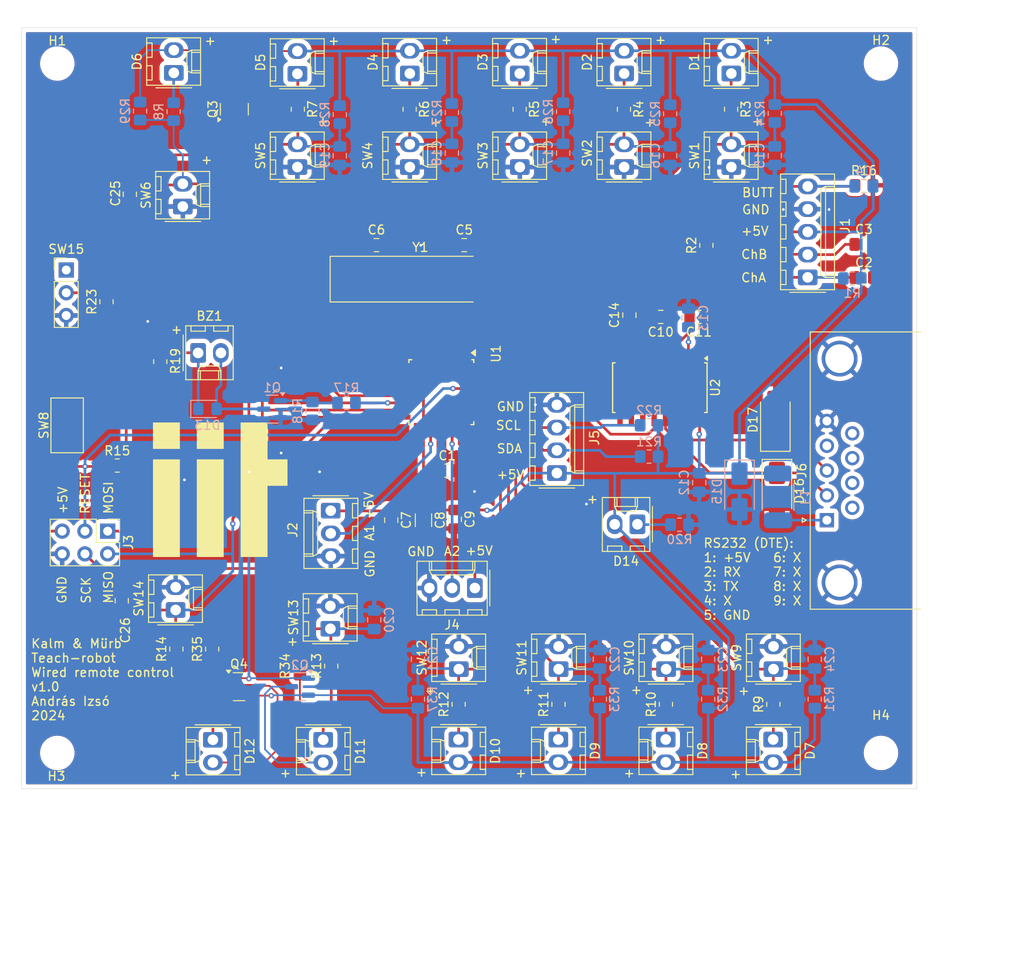
<source format=kicad_pcb>
(kicad_pcb (version 20240108) (generator "pcbnew") (generator_version "8.0")
  (layers (0 "F.Cu" signal) (31 "B.Cu" signal) (36 "B.SilkS" user "B.Silkscreen") (37 "F.SilkS" user "F.Silkscreen") (38 "B.Mask" user) (39 "F.Mask" user) (44 "Edge.Cuts" user))
  (net 0 "")
  (net 1 "Net-(BZ1--)")
  (net 2 "Net-(BZ1-+)")
  (net 3 "Net-(U1-AREF)")
  (net 4 "UIPanel_GND")
  (net 5 "/UIPanel_Enc_A")
  (net 6 "/UIPanel_Enc_B")
  (net 7 "UIPanel_+5V")
  (net 8 "/UIPanel_Enc_BUTT")
  (net 9 "/XTAL1")
  (net 10 "/XTAL2")
  (net 11 "Net-(D14-K)")
  (net 12 "/UIPanel_ADC1")
  (net 13 "Net-(U2-C2+)")
  (net 14 "/UIPanel_reset")
  (net 15 "/UIPanel_ADC2")
  (net 16 "/UIPanel_SCL")
  (net 17 "/UIPanel_SDA")
  (net 18 "/UIPanel_RX")
  (net 19 "/UIPanel_TX")
  (net 20 "Net-(U2-C2-)")
  (net 21 "Net-(U2-C1+)")
  (net 22 "Net-(U2-C1-)")
  (net 23 "Net-(U2-VS+)")
  (net 24 "Net-(U2-VS-)")
  (net 25 "/UIPanel_BUTT4A")
  (net 26 "/RS232_RX")
  (net 27 "/RS232_TX")
  (net 28 "Net-(F1-Pad1)")
  (net 34 "Net-(D6-A)")
  (net 35 "/PROG_SW")
  (net 36 "Net-(D11-A)")
  (net 37 "Net-(D12-A)")
  (net 38 "Net-(Q1-G)")
  (net 39 "/UIPanel_BUTT1A")
  (net 40 "/UIPanel_BUTT2A")
  (net 41 "/UIPanel_BUTT3A")
  (net 42 "/UIPanel_BUTT1B")
  (net 43 "/UIPanel_BUTT2B")
  (net 44 "/UIPanel_BUTT3B")
  (net 45 "/UIPanel_BUTT4B")
  (net 46 "/UIPanel_Buzz")
  (net 52 "Net-(D1-K)")
  (net 53 "Net-(D2-K)")
  (net 54 "Net-(D3-K)")
  (net 55 "Net-(D4-K)")
  (net 56 "Net-(D5-K)")
  (net 57 "Net-(D6-K)")
  (net 58 "Net-(D7-K)")
  (net 59 "Net-(D8-K)")
  (net 60 "Net-(D9-K)")
  (net 61 "Net-(D10-K)")
  (net 62 "Net-(D11-K)")
  (net 63 "Net-(D12-K)")
  (net 64 "/UIPanel_BUTT5A")
  (net 65 "/UIPanel_BUTT6A__UIPanel_Prog_MOSI")
  (net 66 "/UIPanel_BUTT5B__UIPanel_Prog_SCK")
  (net 67 "/UIPanel_BUTT6B__UIPanel_Prog_MISO")
  (footprint "Capacitor_SMD:C_0805_2012Metric_Pad1.18x1.45mm_HandSolder" (layer "F.Cu") (at 68.4 74.9 -90)
    (property "Reference" "C9")
    (property "Value" "1uF")
  )
  (footprint "Capacitor_SMD:C_0805_2012Metric_Pad1.18x1.45mm_HandSolder" (layer "F.Cu") (at 95.6625 52.3 180)
    (property "Reference" "C11")
    (property "Value" "0.047uF")
  )
  (footprint "Capacitor_SMD:C_1206_3216Metric_Pad1.33x1.80mm_HandSolder" (layer "F.Cu") (at 64.9 75 -90)
    (property "Reference" "C8")
    (property "Value" "4.7uF")
  )
  (footprint "Connector_Molex:Molex_KK-254_AE-6410-02A_1x02_P2.54mm_Vertical" (layer "F.Cu") (at 87.3106 35.56 90)
    (property "Reference" "SW2")
    (property "Value" "SW_Push")
  )
  (footprint "Resistor_SMD:R_0805_2012Metric_Pad1.20x1.40mm_HandSolder" (layer "F.Cu") (at 37.3 89.4 90)
    (property "Reference" "R14")
    (property "Value" "220")
  )
  (footprint "IIT_5dof_arm:IIT_logo_15x15mm" (layer "F.Cu") (at 42.2 71.6)
    (property "Reference" "G***" (hide yes))
    (property "Value" "LOGO" (hide yes))
  )
  (footprint "Capacitor_SMD:C_0805_2012Metric_Pad1.18x1.45mm_HandSolder" (layer "F.Cu") (at 61.3 75 -90)
    (property "Reference" "C7")
    (property "Value" "1uF")
  )
  (footprint "Resistor_SMD:R_0805_2012Metric_Pad1.20x1.40mm_HandSolder" (layer "F.Cu") (at 103.98 95.5702 90)
    (property "Reference" "R9")
    (property "Value" "220")
  )
  (footprint "Button_Switch_SMD:SW_SPST_FSMSM" (layer "F.Cu") (at 25.1 64.41 90)
    (property "Reference" "SW8")
    (property "Value" "SW_Push")
  )
  (footprint "Connector_Molex:Molex_KK-254_AE-6410-02A_1x02_P2.54mm_Vertical" (layer "F.Cu") (at 50.82 25.146 90)
    (property "Reference" "D5")
    (property "Value" "LED")
  )
  (footprint "Package_SO:SOIC-16W_5.3x10.2mm_P1.27mm" (layer "F.Cu") (at 91.3 60.2 -90)
    (property "Reference" "U2")
    (property "Value" "MAX3232")
  )
  (footprint "Capacitor_SMD:C_0805_2012Metric_Pad1.18x1.45mm_HandSolder" (layer "F.Cu") (at 114.1 47.9)
    (property "Reference" "C2")
    (property "Value" "10nF")
  )
  (footprint "Connector_Molex:Molex_KK-254_AE-6410-02A_1x02_P2.54mm_Vertical" (layer "F.Cu") (at 80 91.64 90)
    (property "Reference" "SW11")
    (property "Value" "SW_Push")
  )
  (footprint "Connector_Molex:Molex_KK-254_AE-6410-04A_1x04_P2.54mm_Vertical" (layer "F.Cu") (at 79.8 69.74 90)
    (property "Reference" "J5")
    (property "Value" "Conn_01x04")
  )
  (footprint "Connector_Molex:Molex_KK-254_AE-6410-02A_1x02_P2.54mm_Vertical" (layer "F.Cu") (at 39.73 56.32)
    (property "Reference" "BZ1")
    (property "Value" "Buzzer")
  )
  (footprint "Capacitor_SMD:C_0805_2012Metric_Pad1.18x1.45mm_HandSolder" (layer "F.Cu") (at 87.9 52.1 90)
    (property "Reference" "C14")
    (property "Value" "0.33uF")
  )
  (footprint "MountingHole:MountingHole_3.2mm_M3" (layer "F.Cu") (at 116 101)
    (property "Reference" "H4")
    (property "Value" "MountingHole")
  )
  (footprint "Connector_Molex:Molex_KK-254_AE-6410-02A_1x02_P2.54mm_Vertical" (layer "F.Cu") (at 54.5 87.1298 90)
    (property "Reference" "SW13")
    (property "Value" "SW_Push")
  )
  (footprint "Connector_Molex:Molex_KK-254_AE-6410-02A_1x02_P2.54mm_Vertical" (layer "F.Cu") (at 92 91.64 90)
    (property "Reference" "SW10")
    (property "Value" "SW_Push")
  )
  (footprint "Connector_Molex:Molex_KK-254_AE-6410-02A_1x02_P2.54mm_Vertical" (layer "F.Cu") (at 75.6614 35.56 90)
    (property "Reference" "SW3")
    (property "Value" "SW_Push")
  )
  (footprint "Connector_Molex:Molex_KK-254_AE-6410-02A_1x02_P2.54mm_Vertical" (layer "F.Cu") (at 99.2852 35.56 90)
    (property "Reference" "SW1")
    (property "Value" "SW_Push")
  )
  (footprint "Package_TO_SOT_SMD:SOT-23" (layer "F.Cu") (at 44.3 93.6)
    (property "Reference" "Q4")
    (property "Value" "BSS84")
  )
  (footprint "Resistor_SMD:R_0805_2012Metric_Pad1.20x1.40mm_HandSolder" (layer "F.Cu") (at 79.98 95.5702 90)
    (property "Reference" "R11")
    (property "Value" "220")
  )
  (footprint "Diode_SMD:D_SMA" (layer "F.Cu") (at 104.3775 71.7225 -90)
    (property "Reference" "D16")
    (property "Value" "SMAJ12A")
  )
  (footprint "Resistor_SMD:R_0805_2012Metric_Pad1.20x1.40mm_HandSolder" (layer "F.Cu") (at 68.8294 95.5702 90)
    (property "Reference" "R12")
    (property "Value" "220")
  )
  (footprint "Connector_Molex:Molex_KK-254_AE-6410-02A_1x02_P2.54mm_Vertical" (layer "F.Cu") (at 63.375 35.56 90)
    (property "Reference" "SW4")
    (property "Value" "SW_Push")
  )
  (footprint "Connector_Molex:Molex_KK-254_AE-6410-02A_1x02_P2.54mm_Vertical" (layer "F.Cu") (at 104 91.64 90)
    (property "Reference" "SW9")
    (property "Value" "SW_Push")
  )
  (footprint "Connector_Molex:Molex_KK-254_AE-6410-02A_1x02_P2.54mm_Vertical" (layer "F.Cu") (at 38.02 39.97 90)
    (property "Reference" "SW6")
    (property "Value" "SW_Push")
  )
  (footprint "MountingHole:MountingHole_3.2mm_M3" (layer "F.Cu") (at 24 24)
    (property "Reference" "H1")
    (property "Value" "MountingHole")
  )
  (footprint "Connector_Dsub:DSUB-9_Male_Horizontal_P2.77x2.84mm_EdgePinOffset7.70mm_Housed_MountingHolesOffset9.12mm" (layer "F.Cu") (at 109.96 75 90)
    (property "Reference" "J6")
    (property "Value" "DE9_Plug_MountingHoles")
  )
  (footprint "Resistor_SMD:R_0805_2012Metric_Pad1.20x1.40mm_HandSolder" (layer "F.Cu") (at 35.5 57.3 -90)
    (property "Reference" "R19")
    (property "Value" "160")
  )
  (footprint "Resistor_SMD:R_0805_2012Metric_Pad1.20x1.40mm_HandSolder" (layer "F.Cu") (at 63.355 29.1022 -90)
    (property "Reference" "R6")
    (property "Value" "220")
  )
  (footprint "Connector_PinHeader_2.54mm:PinHeader_2x03_P2.54mm_Vertical" (layer "F.Cu") (at 29.625 76.225 -90)
    (property "Reference" "J3")
    (property "Value" "Conn_02x03_Counter_Clockwise")
  )
  (footprint "Connector_Molex:Molex_KK-254_AE-6410-02A_1x02_P2.54mm_Vertical" (layer "F.Cu") (at 79.96 99.5002 -90)
    (property "Reference" "D9")
    (property "Value" "LED")
  )
  (footprint "Connector_Molex:Molex_KK-254_AE-6410-02A_1x02_P2.54mm_Vertical" (layer "F.Cu") (at 99.2852 25.1122 90)
    (property "Reference" "D1")
    (property "Value" "LED")
  )
  (footprint "Connector_Molex:Molex_KK-254_AE-6410-02A_1x02_P2.54mm_Vertical" (layer "F.Cu") (at 103.96 99.5002 -90)
    (property "Reference" "D7")
    (property "Value" "LED")
  )
  (footprint "Connector_Molex:Molex_KK-254_AE-6410-02A_1x02_P2.54mm_Vertical" (layer "F.Cu") (at 68.8494 91.64 90)
    (property "Reference" "SW12")
    (property "Value" "SW_Push")
  )
  (footprint "MountingHole:MountingHole_3.2mm_M3" (layer "F.Cu") (at 116 24)
    (property "Reference" "H2")
    (property "Value" "MountingHole")
  )
  (footprint "Resistor_SMD:R_0805_2012Metric_Pad1.20x1.40mm_HandSolder" (layer "F.Cu") (at 99.2652 29.1022 -90)
    (property "Reference" "R3")
    (property "Value" "220")
  )
  (footprint "Resistor_SMD:R_0805_2012Metric_Pad1.20x1.40mm_HandSolder" (layer "F.Cu") (at 41.3 89.4 90)
    (property "Reference" "R35")
    (property "Value" "10k")
  )
  (footprint "Capacitor_SMD:C_0805_2012Metric_Pad1.18x1.45mm_HandSolder" (layer "F.Cu") (at 91.4 52.3 180)
    (property "Reference" "C10")
    (property "Value" "0.33uF")
  )
  (footprint "Connector_Molex:Molex_KK-254_AE-6410-02A_1x02_P2.54mm_Vertical" (layer "F.Cu") (at 53.7 99.53 -90)
    (property "Reference" "D11")
    (property "Value" "LED")
  )
  (footprint "Connector_Molex:Molex_KK-254_AE-6410-02A_1x02_P2.54mm_Vertical" (layer "F.Cu") (at 37.22 85.0298 90)
    (property "Reference" "SW14")
    (property "Value" "SW_Push")
  )
  (footprint "Package_QFP:TQFP-32_7x7mm_P0.8mm" (layer "F.Cu") (at 66.9 60.7 -90)
    (property "Reference" "U1")
    (property "Value" "ATmega328P-A")
  )
  (footprint "Connector_Molex:Molex_KK-254_AE-6410-02A_1x02_P2.54mm_Vertical" (layer "F.Cu") (at 68.8094 99.5002 -90)
    (property "Reference" "D10")
    (property "Value" "LED")
  )
  (footprint "Resistor_SMD:R_0805_2012Metric_Pad1.20x1.40mm_HandSolder" (layer "F.Cu") (at 29.5 50.6 90)
    (property "Reference" "R23")
    (property "Value" "10k")
  )
  (footprint "Connector_Molex:Molex_KK-254_AE-6410-02A_1x02_P2.54mm_Vertical" (layer "F.Cu") (at 63.375 25.1122 90)
    (property "Reference" "D4")
    (property "Value" "LED")
  )
  (footprint "Connector_Molex:Molex_KK-254_AE-6410-05A_1x05_P2.54mm_Vertical" (layer "F.Cu") (at 107.82 47.88 90)
    (property "Reference" "J1")
    (property "Value" "Conn_01x05")
  )
  (footprint "Resistor_SMD:R_0805_2012Metric_Pad1.20x1.40mm_HandSolder" (layer "F.Cu") (at 96.5 44.3 90)
    (property "Reference" "R2")
    (property "Value" "10k")
  )
  (footprint "MountingHole:MountingHole_3.2mm_M3" (layer "F.Cu") (at 24 101)
    (property "Reference" "H3")
    (property "Value" "MountingHole")
  )
  (footprint "Diode_SMD:D_SMA" (layer "F.Cu") (at 104.2 63.8 90)
    (property "Reference" "D17")
    (property "Value" "SMAJ12A")
  )
  (footprint "Resistor_SMD:R_0805_2012Metric_Pad1.20x1.40mm_HandSolder" (layer "F.Cu") (at 75.6414 29.1022 -90)
    (property "Reference" "R5")
    (property "Value" "220")
  )
  (footprint "Resistor_SMD:R_0805_2012Metric_Pad1.20x1.40mm_HandSolder" (layer "F.Cu") (at 50.8625 29.1022 -90)
    (property "Reference" "R7")
    (property "Value" "220")
  )
  (footprint "Connector_Molex:Molex_KK-254_AE-6410-02A_1x02_P2.54mm_Vertical" (layer "F.Cu") (at 87.3106 25.1122 90)
    (property "Reference" "D2")
    (property "Value" "LED")
  )
  (footprint "Connector_Molex:Molex_KK-254_AE-6410-02A_1x02_P2.54mm_Vertical" (layer "F.Cu") (at 41.38 99.53 -90)
    (property "Reference" "D12")
    (property "Value" "LED")
  )
  (footprint "Connector_Molex:Molex_KK-254_AE-6410-02A_1x02_P2.54mm_Vertical" (layer "F.Cu") (at 88.8 75.46 180)
    (property "Reference" "D14")
    (property "Value" "LED")
  )
  (footprint "Capacitor_SMD:C_0805_2012Metric_Pad1.18x1.45mm_HandSolder" (layer "F.Cu") (at 69.4504 44.2774 180)
    (property "Reference" "C5")
    (property "Value" "22pF")
  )
  (footprint "Resistor_SMD:R_0805_2012Metric_Pad1.20x1.40mm_HandSolder" (layer "F.Cu") (at 114.1 37.6)
    (property "Reference" "R16")
    (property "Value" "10k")
  )
  (footprint "Connector_Molex:Molex_KK-254_AE-6410-02A_1x02_P2.54mm_Vertical" (layer "F.Cu") (at 50.82 35.56 90)
    (property "Reference" "SW5")
    (property "Value" "SW_Push")
  )
  (footprint "Resistor_SMD:R_0805_2012Metric_Pad1.20x1.40mm_HandSolder" (layer "F.Cu") (at 54.6 91.3 90)
    (property "Reference" "R13")
    (property "Value" "220")
  )
  (footprint "Connector_PinHeader_2.54mm:PinHeader_1x03_P2.54mm_Vertical" (layer "F.Cu") (at 25 47.06)
    (property "Reference" "SW15")
    (property "Value" "SW_SPDT")
  )
  (footprint "Capacitor_SMD:C_0805_2012Metric_Pad1.18x1.45mm_HandSolder" (layer "F.Cu") (at 32.1 38.6 -90)
    (property "Reference" "C25")
    (property "Value" "10nF")
  )
  (footprint "Crystal:Crystal_SMD_HC49-SD_HandSoldering" (layer "F.Cu") (at 64.5504 48.0774)
    (property "Reference" "Y1")
    (property "Value" "16MHz")
  )
  (footprint "Capacitor_SMD:C_0805_2012Metric_Pad1.18x1.45mm_HandSolder" (layer "F.Cu") (at 114.1 44.2)
    (property "Reference" "C3")
    (property "Value" "10nF")
  )
  (footprint "Resistor_SMD:R_0805_2012Metric_Pad1.20x1.40mm_HandSolder" (layer "F.Cu") (at 30.7 68.9)
    (property "Reference" "R15")
    (property "Value" "10k")
  )
  (footprint "Connector_Molex:Molex_KK-254_AE-6410-02A_1x02_P2.54mm_Vertical" (layer "F.Cu") (at 37.0145 25.041 90)
    (property "Reference" "D6")
    (property "Value" "LED")
  )
  (footprint "Resistor_SMD:R_0805_2012Metric_Pad1.20x1.40mm_HandSolder" (layer "F.Cu") (at 87.2906 29.1022 -90)
    (property "Reference" "R4")
    (property "Value" "220")
  )
  (footprint "Connector_Molex:Molex_KK-254_AE-6410-02A_1x02_P2.54mm_Vertical" (layer "F.Cu") (at 91.96 99.5002 -90)
    (property "Reference" "D8")
    (property "Value" "LED")
  )
  (footprint "Connector_Molex:Molex_KK-254_AE-6410-03A_1x03_P2.54mm_Vertical" (layer "F.Cu") (at 54.54 73.94 -90)
    (property "Reference" "J2")
    (property "Value" "Conn_01x03")
  )
  (footprint "Capacitor_SMD:C_0805_2012Metric_Pad1.18x1.45mm_HandSolder" (layer "F.Cu") (at 31.2 84 90)
    (property "Reference" "C26")
    (property "Value" "10nF")
  )
  (footprint "Capacitor_SMD:C_0805_2012Metric_Pad1.18x1.45mm_HandSolder" (layer "F.Cu") (at 67.5504 69.4774)
    (property "Reference" "C1")
    (property "Value" "100nF")
  )
  (footprint "Connector_Molex:Molex_KK-254_AE-6410-02A_1x02_P2.54mm_Vertical" (layer "F.Cu") (at 75.6528 25.1122 90)
    (property "Reference" "D3")
    (property "Value" "LED")
  )
  (footprint "Package_TO_SOT_SMD:SOT-23" (layer "F.Cu") (at 43.775 29.1 90)
    (property "Reference" "Q3")
    (property "Value" "BSS84")
  )
  (footprint "Connector_Molex:Molex_KK-254_AE-6410-03A_1x03_P2.54mm_Vertical" (layer "F.Cu") (at 70.64 82.58 180)
    (property "Reference" "J4")
    (property "Value" "Conn_01x03")
  )
  (footprint "Capacitor_SMD:C_0805_2012Metric_Pad1.18x1.45mm_HandSolder" (layer "F.Cu") (at 59.6504 44.2774 180)
    (property "Reference" "C6")
    (property "Value" "22pF")
  )
  (footprint "Resistor_SMD:R_0805_2012Metric_Pad1.20x1.40mm_HandSolder" (layer "F.Cu") (at 51.1 91.3 90)
    (property "Reference" "R34")
    (property "Value" "10k")
  )
  (footprint "Resistor_SMD:R_0805_2012Metric_Pad1.20x1.40mm_HandSolder" (layer "F.Cu") (at 91.98 95.5702 90)
    (property "Reference" "R10")
    (property "Value" "220")
  )
  (footprint "Diode_SMD:D_0805_2012Metric_Pad1.15x1.40mm_HandSolder" (layer "B.Cu") (at 40.7675 62.5775)
    (property "Reference" "D13")
    (property "Value" "D")
  )
  (footprint "Package_TO_SOT_SMD:SOT-23" (layer "B.Cu") (at 48 62.6 180)
    (property "Reference" "Q1")
    (property "Value" "2N7002")
  )
  (footprint "Capacitor_SMD:C_0805_2012Metric_Pad1.18x1.45mm_HandSolder" (layer "B.Cu") (at 59.4 86.1298 90)
    (property "Reference" "C20")
    (property "Value" "10nF")
  )
  (footprint "Resistor_SMD:R_0805_2012Metric_Pad1.20x1.40mm_HandSolder" (layer "B.Cu") (at 52.5 62.8 -90)
    (property "Reference" "R18")
    (property "Value" "100k")
  )
  (footprint "Resistor_SMD:R_0805_2012Metric_Pad1.20x1.40mm_HandSolder" (layer "B.Cu") (at 90.1 67.9 180)
    (property "Reference" "R21")
    (property "Value" "4.7k")
  )
  (footprint "Capacitor_SMD:C_0805_2012Metric_Pad1.18x1.45mm_HandSolder" (layer "B.Cu") (at 64.28 90.5375 90)
    (property "Reference" "C21")
    (property "Value" "10nF")
  )
  (footprint "Resistor_SMD:R_0805_2012Metric_Pad1.20x1.40mm_HandSolder" (layer "B.Cu") (at 93.5 75.5)
    (property "Reference" "R20")
    (property "Value" "220")
  )
  (footprint "Capacitor_SMD:C_0805_2012Metric_Pad1.18x1.45mm_HandSolder" (layer "B.Cu") (at 84.6 90.5375 90)
    (property "Reference" "C22")
    (property "Value" "10nF")
  )
  (footprint "Resistor_SMD:R_0805_2012Metric_Pad1.20x1.40mm_HandSolder" (layer "B.Cu") (at 68.072 29.4672 -90)
    (property "Reference" "R27")
    (property "Value" "10k")
  )
  (footprint "Resistor_SMD:R_0805_2012Metric_Pad1.20x1.40mm_HandSolder" (layer "B.Cu") (at 64.28 95 90)
    (property "Reference" "R37")
    (property "Value" "10k")
  )
  (footprint "Resistor_SMD:R_0805_2012Metric_Pad1.20x1.40mm_HandSolder" (layer "B.Cu") (at 104.14 29.5722 -90)
    (property "Reference" "R24")
    (property "Value" "10k")
  )
  (footprint "Capacitor_SMD:C_0805_2012Metric_Pad1.18x1.45mm_HandSolder" (layer "B.Cu") (at 96.7 90.5375 90)
    (property "Reference" "C23")
    (property "Value" "10nF")
  )
  (footprint "Resistor_SMD:R_0805_2012Metric_Pad1.20x1.40mm_HandSolder" (layer "B.Cu") (at 108.6 95 90)
    (property "Reference" "R31")
    (property "Value" "10k")
  )
  (footprint "Resistor_SMD:R_0805_2012Metric_Pad1.20x1.40mm_HandSolder" (layer "B.Cu") (at 56.3 61.9 180)
    (property "Reference" "R17")
    (property "Value" "160")
  )
  (footprint "Resistor_SMD:R_0805_2012Metric_Pad1.20x1.40mm_HandSolder" (layer "B.Cu") (at 33.25 29.3 -90)
    (property "Reference" "R29")
    (property "Value" "10k")
  )
  (footprint "Capacitor_SMD:C_0805_2012Metric_Pad1.18x1.45mm_HandSolder" (layer "B.Cu") (at 95.7 70.8 -90)
    (property "Reference" "C12")
    (property "Value" "0.1uF")
  )
  (footprint "Package_TO_SOT_SMD:SOT-23" (layer "B.Cu") (at 51.1 93.6 180)
    (property "Reference" "Q2")
    (property "Value" "BSS84")
  )
  (footprint "Resistor_SMD:R_0805_2012Metric_Pad1.20x1.40mm_HandSolder" (layer "B.Cu") (at 92.456 29.6056 -90)
    (property "Reference" "R25")
    (property "Value" "10k")
  )
  (footprint "Capacitor_SMD:C_0805_2012Metric_Pad1.18x1.45mm_HandSolder" (layer "B.Cu") (at 55.55 34.29 -90)
    (property "Reference" "C19")
    (property "Value" "10nF")
  )
  (footprint "Capacitor_SMD:C_0805_2012Metric_Pad1.18x1.45mm_HandSolder" (layer "B.Cu") (at 80.5 34 -90)
    (property "Reference" "C17")
    (property "Value" "10nF")
  )
  (footprint "Capacitor_SMD:C_0805_2012Metric_Pad1.18x1.45mm_HandSolder" (layer "B.Cu") (at 92.456 34.29 -90)
    (property "Reference" "C16")
    (property "Value" "10nF")
  )
  (footprint "Capacitor_SMD:C_0805_2012Metric_Pad1.18x1.45mm_HandSolder" (layer "B.Cu") (at 68.072 34 -90)
    (property "Reference" "C18")
    (property "Value" "10nF")
  )
  (footprint "Capacitor_SMD:C_0805_2012Metric_Pad1.18x1.45mm_HandSolder" (layer "B.Cu") (at 114.1 37.7 180)
    (property "Reference" "C4")
    (property "Value" "10nF")
  )
  (footprint "Resistor_SMD:R_0805_2012Metric_Pad1.20x1.40mm_HandSolder" (layer "B.Cu") (at 112.8 48)
    (property "Reference" "R1")
    (property "Value" "10k")
  )
  (footprint "Capacitor_SMD:C_0805_2012Metric_Pad1.18x1.45mm_HandSolder" (layer "B.Cu") (at 104.14 34.29 -90)
    (property "Reference" "C15")
    (property "Value" "10nF")
  )
  (footprint "Capacitor_SMD:C_0805_2012Metric_Pad1.18x1.45mm_HandSolder" (layer "B.Cu") (at 108.6 90.5375 90)
    (property "Reference" "C24")
    (property "Value" "10nF")
  )
  (footprint "Resistor_SMD:R_0805_2012Metric_Pad1.20x1.40mm_HandSolder" (layer "B.Cu") (at 55.55 29.7 -90)
    (property "Reference" "R28")
    (property "Value" "10k")
  )
  (footprint "Resistor_SMD:R_0805_2012Metric_Pad1.20x1.40mm_HandSolder" (layer "B.Cu") (at 96.7 95 90)
    (property "Reference" "R32")
    (property "Value" "10k")
  )
  (footprint "Diode_SMD:D_SMA" (layer "B.Cu") (at 100.2 71.8 -90)
    (property "Reference" "D15")
    (property "Value" "SMAJ5.0A")
  )
  (footprint "IIT_5dof_arm_IO:1812L050PR__1.78mm_3.15mm_3.45mm" (layer "B.Cu") (at 104.5 72.4 90)
    (property "Reference" "F1")
    (property "Value" "1812L050PR")
  )
  (footprint "Resistor_SMD:R_0805_2012Metric_Pad1.20x1.40mm_HandSolder" (layer "B.Cu") (at 84.6 95 90)
    (property "Reference" "R33")
    (property "Value" "10k")
  )
  (footprint "Resistor_SMD:R_0805_2012Metric_Pad1.20x1.40mm_HandSolder" (layer "B.Cu") (at 80.5 29.3734 -90)
    (property "Reference" "R26")
    (property "Value" "10k")
  )
  (footprint "Capacitor_SMD:C_0805_2012Metric_Pad1.18x1.45mm_HandSolder" (layer "B.Cu") (at 94.5 52.4 90)
    (property "Reference" "C13")
    (property "Value" "0.33uF")
  )
  (footprint "Resistor_SMD:R_0805_2012Metric_Pad1.20x1.40mm_HandSolder" (layer "B.Cu") (at 90.1 64.4 180)
    (property "Reference" "R22")
    (property "Value" "4.7k")
  )
  (footprint "Resistor_SMD:R_0805_2012Metric_Pad1.20x1.40mm_HandSolder" (layer "B.Cu") (at 36.9945 29.371 -90)
    (property "Reference" "R8")
    (property "Value" "220")
  )
  (gr_rect (start 20 20) (end 120 105) (stroke (width 0.05)) (fill none) (layer "Edge.Cuts"))
  (gr_text "+" (at 38.042298 53.254202 180) (layer "F.SilkS") (effects (font (size 1 1)) (justify left bottom)))
  (gr_text "BUTT" (at 100.4 39 0) (layer "F.SilkS") (effects (font (size 1 1)) (justify left bottom)))
  (gr_text "Kalm & Mürb\nTeach-robot\nWired remote control\nv1.0\nAndrás Izsó\n2024" (at 21 88.2 0) (layer "F.SilkS") (effects (font (size 1 1)) (justify left top)))
  (gr_text "+" (at 50.2 102.8 180) (layer "F.SilkS") (effects (font (size 1 1)) (justify left bottom)))
  (gr_text "+5V" (at 100.3 43.3 0) (layer "F.SilkS") (effects (font (size 1 1)) (justify left bottom)))
  (gr_text "+" (at 37.9 103 180) (layer "F.SilkS") (effects (font (size 1 1)) (justify left bottom)))
  (gr_text "+" (at 100.5 102.9 180) (layer "F.SilkS") (effects (font (size 1 1)) (justify left bottom)))
  (gr_text "+" (at 102.9 30 180) (layer "F.SilkS") (effects (font (size 1 1)) (justify left bottom)))
  (gr_text "RESET" (at 27.7 74.4 90) (layer "F.SilkS") (effects (font (size 1 1)) (justify left bottom)))
  (gr_text "+" (at 54.4 30 180) (layer "F.SilkS") (effects (font (size 1 1)) (justify left bottom)))
  (gr_text "+" (at 76.5 102.8 180) (layer "F.SilkS") (effects (font (size 1 1)) (justify left bottom)))
  (gr_text "+5V" (at 25.2 74.4 90) (layer "F.SilkS") (effects (font (size 1 1)) (justify left bottom)))
  (gr_text "+" (at 101.4 93.6 180) (layer "F.SilkS") (effects (font (size 1 1)) (justify left bottom)))
  (gr_text "+" (at 41.4 34.3 180) (layer "F.SilkS") (effects (font (size 1 1)) (justify left bottom)))
  (gr_text "+" (at 84.5 72.2 180) (layer "F.SilkS") (effects (font (size 1 1)) (justify left bottom)))
  (gr_text "ChA" (at 100.3 48.5 0) (layer "F.SilkS") (effects (font (size 1 1)) (justify left bottom)))
  (gr_text "+" (at 104.1 20.9 180) (layer "F.SilkS") (effects (font (size 1 1)) (justify left bottom)))
  (gr_text "GND" (at 100.4 40.9 0) (layer "F.SilkS") (effects (font (size 1 1)) (justify left bottom)))
  (gr_text "A1" (at 59.452939 77.4 90) (layer "F.SilkS") (effects (font (size 1 1)) (justify left bottom)))
  (gr_text "+5V" (at 59.4 75 90) (layer "F.SilkS") (effects (font (size 1 1)) (justify left bottom)))
  (gr_text "+" (at 67 30.1 180) (layer "F.SilkS") (effects (font (size 1 1)) (justify left bottom)))
  (gr_text "+" (at 51 88.1 180) (layer "F.SilkS") (effects (font (size 1 1)) (justify left bottom)))
  (gr_text "ChB" (at 100.3 45.9 0) (layer "F.SilkS") (effects (font (size 1 1)) (justify left bottom)))
  (gr_text "MOSI" (at 30.3 74.4 90) (layer "F.SilkS") (effects (font (size 1 1)) (justify left bottom)))
  (gr_text "SCL" (at 72.9 65 0) (layer "F.SilkS") (effects (font (size 1 1)) (justify left bottom)))
  (gr_text "+" (at 88.6 102.8 180) (layer "F.SilkS") (effects (font (size 1 1)) (justify left bottom)))
  (gr_text "RS232 (DTE):\n1: +5V	6: X\n2: RX	7: X\n3: TX	8: X\n4: X	9: X\n5: GND	" (at 96.1 86.2 0) (layer "F.SilkS") (effects (font (size 1 1)) (justify left bottom)))
  (gr_text "+" (at 41.8 21 180) (layer "F.SilkS") (effects (font (size 1 1)) (justify left bottom)))
  (gr_text "GND" (at 73 62.9 0) (layer "F.SilkS") (effects (font (size 1 1)) (justify left bottom)))
  (gr_text "GND" (at 63 79.1 0) (layer "F.SilkS") (effects (font (size 1 1)) (justify left bottom)))
  (gr_text "+" (at 89.4 93.5 180) (layer "F.SilkS") (effects (font (size 1 1)) (justify left bottom)))
  (gr_text "A2" (at 67.1 79.052939 0) (layer "F.SilkS") (effects (font (size 1 1)) (justify left bottom)))
  (gr_text "+5V" (at 73 70.5 0) (layer "F.SilkS") (effects (font (size 1 1)) (justify left bottom)))
  (gr_text "+" (at 68.2 20.9 180) (layer "F.SilkS") (effects (font (size 1 1)) (justify left bottom)))
  (gr_text "GND" (at 25.1 84.4 90) (layer "F.SilkS") (effects (font (size 1 1)) (justify left bottom)))
  (gr_text "+" (at 77.3 93.5 180) (layer "F.SilkS") (effects (font (size 1 1)) (justify left bottom)))
  (gr_text "+" (at 79.3 30 180) (layer "F.SilkS") (effects (font (size 1 1)) (justify left bottom)))
  (gr_text "SCK" (at 27.8 84.4 90) (layer "F.SilkS") (effects (font (size 1 1)) (justify left bottom)))
  (gr_text "+" (at 90.9 30.1 180) (layer "F.SilkS") (effects (font (size 1 1)) (justify left bottom)))
  (gr_text "+" (at 65.4 102.7 180) (layer "F.SilkS") (effects (font (size 1 1)) (justify left bottom)))
  (gr_text "SDA" (at 73 67.6 0) (layer "F.SilkS") (effects (font (size 1 1)) (justify left bottom)))
  (gr_text "+" (at 92.1 20.9 180) (layer "F.SilkS") (effects (font (size 1 1)) (justify left bottom)))
  (gr_text "GND" (at 59.5 81.5 90) (layer "F.SilkS") (effects (font (size 1 1)) (justify left bottom)))
  (gr_text "+" (at 66.4 93.6 180) (layer "F.SilkS") (effects (font (size 1 1)) (justify left bottom)))
  (gr_text "+5V" (at 69.5 79 0) (layer "F.SilkS") (effects (font (size 1 1)) (justify left bottom)))
  (gr_text "+" (at 55.6 21 180) (layer "F.SilkS") (effects (font (size 1 1)) (justify left bottom)))
  (gr_text "MISO" (at 30.3 84.4 90) (layer "F.SilkS") (effects (font (size 1 1)) (justify left bottom)))
  (gr_text "+" (at 80.4 20.8 180) (layer "F.SilkS") (effects (font (size 1 1)) (justify left bottom)))
  (segment (start 47.0625 62.6) (end 47.04 62.5775) (width 0.3) (layer "B.Cu") (net 1))
  (segment (start 47.04 62.5775) (end 41.7925 62.5775) (width 0.3) (layer "B.Cu") (net 1))
  (segment (start 42.27 59.93) (end 42.27 56.32) (width 0.3) (layer "B.Cu") (net 1))
  (segment (start 41.7925 60.4075) (end 42.27 59.93) (width 0.3) (layer "B.Cu") (net 1))
  (segment (start 41.7925 62.5775) (end 41.7925 60.4075) (width 0.3) (layer "B.Cu") (net 1))
  (segment (start 35.5 56.3) (end 39.71 56.3) (width 0.3) (layer "F.Cu") (net 2))
  (segment (start 39.71 56.3) (end 39.73 56.32) (width 0.3) (layer "F.Cu") (net 2))
  (segment (start 39.71 56.3) (end 39.73 56.32) (width 0.3) (layer "B.Cu") (net 2))
  (segment (start 39.7425 62.5775) (end 39.7425 56.3325) (width 0.3) (layer "B.Cu") (net 2))
  (segment (start 39.7425 56.3325) (end 39.73 56.32) (width 0.3) (layer "B.Cu") (net 2))
  (segment (start 66.5129 69.4774) (end 66.5129 64.9629) (width 0.3) (layer "F.Cu") (net 3))
  (segment (start 66.5129 64.9629) (end 66.5 64.95) (width 0.3) (layer "F.Cu") (net 3))
  (segment (start 66.5 55) (end 66.5 56.45) (width 0.3) (layer "F.Cu") (net 4))
  (segment (start 68.1 55) (end 66.5 55) (width 0.3) (layer "F.Cu") (net 4))
  (segment (start 67.3 64.95) (end 67.3 67) (width 0.3) (layer "F.Cu") (net 4))
  (segment (start 68.1 56.45) (end 68.1 55) (width 0.3) (layer "F.Cu") (net 4))
  (via (at 70.6 71.8) (size 0.6) (drill 0.3) (layers "F.Cu" "B.Cu") (net 4))
  (via (at 77.4 62.1) (size 0.6) (drill 0.3) (layers "F.Cu" "B.Cu") (net 4))
  (via (at 105.1 40.3) (size 0.6) (drill 0.3) (layers "F.Cu" "B.Cu") (net 4))
  (via (at 49 67.5) (size 0.6) (drill 0.3) (layers "F.Cu" "B.Cu") (net 4))
  (via (at 96.8 35.6) (size 0.6) (drill 0.3) (layers "F.Cu" "B.Cu") (net 4))
  (via (at 53.3 69.6) (size 0.6) (drill 0.3) (layers "F.Cu" "B.Cu") (net 4))
  (via (at 38.2 70.5) (size 0.6) (drill 0.3) (layers "F.Cu" "B.Cu") (net 4))
  (via (at 83.1 73.2) (size 0.6) (drill 0.3) (layers "F.Cu" "B.Cu") (net 4))
  (via (at 34.1 52.8) (size 0.6) (drill 0.3) (layers "F.Cu" "B.Cu") (net 4))
  (via (at 64.6 44.3) (size 0.6) (drill 0.3) (layers "F.Cu" "B.Cu") (net 4))
  (via (at 110.2 40.3) (size 0.6) (drill 0.3) (layers "F.Cu" "B.Cu") (net 4))
  (via (at 49 58) (size 0.6) (drill 0.3) (layers "F.Cu" "B.Cu") (net 4))
  (segment (start 76.2 57.9) (end 86.22 47.88) (width 0.3) (layer "F.Cu") (net 5))
  (segment (start 112.8825 47.88) (end 113.0625 47.7) (width 0.3) (layer "F.Cu") (net 5))
  (segment (start 86.22 47.88) (end 107.82 47.88) (width 0.3) (layer "F.Cu") (net 5))
  (segment (start 107.82 47.88) (end 112.8825 47.88) (width 0.3) (layer "F.Cu") (net 5))
  (segment (start 71.15 57.9) (end 76.2 57.9) (width 0.3) (layer "F.Cu") (net 5))
  (segment (start 107.82 47.88) (end 111.68 47.88) (width 0.3) (layer "B.Cu") (net 5))
  (segment (start 111.68 47.88) (end 111.8 48) (width 0.3) (layer "B.Cu") (net 5))
  (segment (start 87.4 45.3) (end 96.5 45.3) (width 0.3) (layer "F.Cu") (net 6))
  (segment (start 70.3 54.5) (end 78.2 54.5) (width 0.3) (layer "F.Cu") (net 6))
  (segment (start 78.2 54.5) (end 87.4 45.3) (width 0.3) (layer "F.Cu") (net 6))
  (segment (start 112 44.2) (end 110.86 45.34) (width 0.3) (layer "F.Cu") (net 6))
  (segment (start 107.82 45.34) (end 107.66 45.34) (width 0.3) (layer "F.Cu") (net 6))
  (segment (start 107.66 45.34) (end 107.62 45.3) (width 0.3) (layer "F.Cu") (net 6))
  (segment (start 113.0625 44.2) (end 112 44.2) (width 0.3) (layer "F.Cu") (net 6))
  (segment (start 69.7 56.45) (end 69.7 55.1) (width 0.3) (layer "F.Cu") (net 6))
  (segment (start 107.62 45.3) (end 96.5 45.3) (width 0.3) (layer "F.Cu") (net 6))
  (segment (start 110.86 45.34) (end 107.82 45.34) (width 0.3) (layer "F.Cu") (net 6))
  (segment (start 69.7 55.1) (end 70.3 54.5) (width 0.3) (layer "F.Cu") (net 6))
  (segment (start 107.42 43.2) (end 107.82 42.8) (width 0.3) (layer "F.Cu") (net 7))
  (segment (start 35.5 58.3) (end 31.6 58.3) (width 0.3) (layer "F.Cu") (net 7))
  (segment (start 30.8 58.3) (end 29.5 57) (width 0.3) (layer "F.Cu") (net 7))
  (segment (start 107.82 42.8) (end 105.8 42.8) (width 0.3) (layer "F.Cu") (net 7))
  (segment (start 22 76.2) (end 22 75.1) (width 0.3) (layer "F.Cu") (net 7))
  (segment (start 70.64 73.9025) (end 70.6 73.8625) (width 0.3) (layer "F.Cu") (net 7))
  (segment (start 65.7 58.5) (end 65.7 56.45) (width 0.3) (layer "F.Cu") (net 7))
  (segment (start 22 75.1) (end 24.3 72.8) (width 0.3) (layer "F.Cu") (net 7))
  (segment (start 29.5 57) (end 29.5 51.6) (width 0.3) (layer "F.Cu") (net 7))
  (segment (start 64.9 73.4375) (end 66.3375 73.4375) (width 0.3) (layer "F.Cu") (net 7))
  (segment (start 67.3 56.45) (end 67.3 58.8) (width 0.3) (layer "F.Cu") (net 7))
  (segment (start 61.3375 74) (end 62.9 74) (width 0.3) (layer "F.Cu") (net 7))
  (segment (start 64.9 73.4375) (end 64.9 64.95) (width 0.3) (layer "F.Cu") (net 7))
  (segment (start 68.4 73.8625) (end 70.6 73.8625) (width 0.3) (layer "F.Cu") (net 7))
  (segment (start 42.45 94.55) (end 43.3625 94.55) (width 0.3) (layer "F.Cu") (net 7))
  (segment (start 66.3375 73.4375) (end 66.7625 73.8625) (width 0.3) (layer "F.Cu") (net 7))
  (segment (start 66.7625 73.8625) (end 68.4 73.8625) (width 0.3) (layer "F.Cu") (net 7))
  (segment (start 38.4 89.4) (end 39.4 90.4) (width 0.3) (layer "F.Cu") (net 7))
  (segment (start 43.4125 94.6) (end 43.3625 94.55) (width 0.2) (layer "F.Cu") (net 7))
  (segment (start 64.9 64.95) (end 64.9 61.2) (width 0.3) (layer "F.Cu") (net 7))
  (segment (start 64.9 61.2) (end 64.9 59.3) (width 0.3) (layer "F.Cu") (net 7))
  (segment (start 26.8 89.4) (end 38.4 89.4) (width 0.3) (layer "F.Cu") (net 7))
  (segment (start 24.545 76.225) (end 22.025 76.225) (width 0.3) (layer "F.Cu") (net 7))
  (segment (start 61.3 73.9625) (end 61.3375 74) (width 0.3) (layer "F.Cu") (net 7))
  (segment (start 62.9 74) (end 63.4625 73.4375) (width 0.3) (layer "F.Cu") (net 7))
  (segment (start 70.6 73.8625) (end 71.9625 73.8625) (width 0.3) (layer "F.Cu") (net 7))
  (segment (start 22.025 76.225) (end 22 76.2) (width 0.3) (layer "F.Cu") (net 7))
  (segment (start 31.7 70.8) (end 31.7 68.9) (width 0.3) (layer "F.Cu") (net 7))
  (segment (start 29.7 72.8) (end 31.7 70.8) (width 0.3) (layer "F.Cu") (net 7))
  (segment (start 22 84.6) (end 26.8 89.4) (width 0.3) (layer "F.Cu") (net 7))
  (segment (start 22 76.2) (end 22 84.6) (width 0.3) (layer "F.Cu") (net 7))
  (segment (start 47.9 94.6) (end 43.4125 94.6) (width 0.2) (layer "F.Cu") (net 7))
  (segment (start 44.75 30.2375) (end 44.75 25.05) (width 0.2) (layer "F.Cu") (net 7))
  (segment (start 71.9625 73.8625) (end 72 73.9) (width 0.3) (layer "F.Cu") (net 7))
  (segment (start 67.3 58.8) (end 64.9 61.2) (width 0.3) (layer "F.Cu") (net 7))
  (segment (start 39.4 91.5) (end 42.45 94.55) (width 0.3) (layer "F.Cu") (net 7))
  (segment (start 95.745 65.355) (end 95.745 63.75) (width 0.3) (layer "F.Cu") (net 7))
  (segment (start 64.9 59.3) (end 65.7 58.5) (width 0.3) (layer "F.Cu") (net 7))
  (segment (start 31.6 58.3) (end 30.8 58.3) (width 0.3) (layer "F.Cu") (net 7))
  (segment (start 105.3 43.3) (end 96.5 43.3) (width 0.3) (layer "F.Cu") (net 7))
  (segment (start 70.64 82.58) (end 70.64 73.9025) (width 0.3) (layer "F.Cu") (net 7))
  (segment (start 63.4625 73.4375) (end 64.9 73.4375) (width 0.3) (layer "F.Cu") (net 7))
  (segment (start 31.7 68.9) (end 31.7 58.4) (width 0.3) (layer "F.Cu") (net 7))
  (segment (start 24.3 72.8) (end 29.7 72.8) (width 0.3) (layer "F.Cu") (net 7))
  (segment (start 39.4 90.4) (end 39.4 91.5) (width 0.3) (layer "F.Cu") (net 7))
  (segment (start 105.8 42.8) (end 105.3 43.3) (width 0.3) (layer "F.Cu") (net 7))
  (segment (start 61.3 73.9625) (end 54.5625 73.9625) (width 0.3) (layer "F.Cu") (net 7))
  (segment (start 44.75 25.05) (end 47.194 22.606) (width 0.2) (layer "F.Cu") (net 7))
  (segment (start 95.7 65.4) (end 95.745 65.355) (width 0.3) (layer "F.Cu") (net 7))
  (segment (start 31.7 58.4) (end 31.6 58.3) (width 0.3) (layer "F.Cu") (net 7))
  (segment (start 47.194 22.606) (end 50.82 22.606) (width 0.2) (layer "F.Cu") (net 7))
  (segment (start 54.5625 73.9625) (end 54.54 73.94) (width 0.3) (layer "F.Cu") (net 7))
  (via (at 72 73.9) (size 0.6) (drill 0.3) (layers "F.Cu" "B.Cu") (net 7))
  (via (at 47.9 94.6) (size 0.6) (drill 0.3) (layers "F.Cu" "B.Cu") (net 7))
  (via (at 95.7 65.4) (size 0.6) (drill 0.3) (layers "F.Cu" "B.Cu") (net 7))
  (segment (start 113.8 48) (end 113.8 45.4) (width 0.3) (layer "B.Cu") (net 7))
  (segment (start 64.28 102.05) (end 64.3 102.07) (width 0.3) (layer "B.Cu") (net 7))
  (segment (start 72.6 73.9) (end 76.76 69.74) (width 0.3) (layer "B.Cu") (net 7))
  (segment (start 104.5 69.785) (end 100.215 69.785) (width 0.3) (layer "B.Cu") (net 7))
  (segment (start 100.2 69.8) (end 100.2 63.2) (width 0.3) (layer "B.Cu") (net 7))
  (segment (start 96.7 96) (end 96.7 102.0402) (width 0.3) (layer "B.Cu") (net 7))
  (segment (start 87.3106 22.5722) (end 92.45 22.5722) (width 0.3) (layer "B.Cu") (net 7))
  (segment (start 92.45 22.5722) (end 99.2852 22.5722) (width 0.3) (layer "B.Cu") (net 7))
  (segment (start 68.072 22.6002) (end 68.1 22.5722) (width 0.3) (layer "B.Cu") (net 7))
  (segment (start 113.8 42.8) (end 113.8 41.6) (width 0.3) (layer "B.Cu") (net 7))
  (segment (start 68.8094 102.0402) (end 68.6402 102.0402) (width 0.3) (layer "B.Cu") (net 7))
  (segment (start 68.072 28.4672) (end 68.072 22.6002) (width 0.3) (layer "B.Cu") (net 7))
  (segment (start 95.6375 69.7) (end 95.7 69.7625) (width 0.3) (layer "B.Cu") (net 7))
  (segment (start 104.14 28.5722) (end 108.7722 28.5722) (width 0.3) (layer "B.Cu") (net 7))
  (segment (start 103.96 102.0402) (end 96.7 102.0402) (width 0.3) (layer "B.Cu") (net 7))
  (segment (start 63.3412 22.606) (end 63.375 22.5722) (width 0.3) (layer "B.Cu") (net 7))
  (segment (start 115.1375 34.9375) (end 115.1375 37.7) (width 0.3) (layer "B.Cu") (net 7))
  (segment (start 108.6 99.5) (end 108.6 96) (width 0.3) (layer "B.Cu") (net 7))
  (segment (start 113.8 45.4) (end 113.8 42.8) (width 0.3) (layer "B.Cu") (net 7))
  (segment (start 84.6 96) (end 84.6 102.0402) (width 0.3) (layer "B.Cu") (net 7))
  (segment (start 113.8 49.6) (end 113.8 48) (width 0.3) (layer "B.Cu") (net 7))
  (segment (start 100.1625 69.7625) (end 100.2 69.8) (width 0.3) (layer "B.Cu") (net 7))
  (segment (start 50.715 22.501) (end 50.82 22.606) (width 0.3) (layer "B.Cu") (net 7))
  (segment (start 104.14 28.5722) (end 104.14 25.64) (width 0.3) (layer "B.Cu") (net 7))
  (segment (start 99 88.2) (end 99 95) (width 0.3) (layer "B.Cu") (net 7))
  (segment (start 113.8 42.8) (end 107.82 42.8) (width 0.3) (layer "B.Cu") (net 7))
  (segment (start 96.7 102.0402) (end 91.96 102.0402) (width 0.3) (layer "B.Cu") (net 7))
  (segment (start 63.375 22.5722) (end 68.1 22.5722) (width 0.3) (layer "B.Cu") (net 7))
  (segment (start 76.76 69.74) (end 79.8 69.74) (width 0.3) (layer "B.Cu") (net 7))
  (segment (start 106.0598 102.0402) (end 108.6 99.5) (width 0.3) (layer "B.Cu") (net 7))
  (segment (start 47.95 94.55) (end 47.932843 94.532843) (width 0.2) (layer "B.Cu") (net 7))
  (segment (start 103.96 102.0402) (end 106.0598 102.0402) (width 0.3) (layer "B.Cu") (net 7))
  (segment (start 99 95) (end 98 96) (width 0.3) (layer "B.Cu") (net 7))
  (segment (start 95.7 65.4) (end 95.7 69.7625) (width 0.3) (layer "B.Cu") (net 7))
  (segment (start 92.456 22.5782) (end 92.45 22.5722) (width 0.3) (layer "B.Cu") (net 7))
  (segment (start 80.95 22.5722) (end 87.3106 22.5722) (width 0.3) (layer "B.Cu") (net 7))
  (segment (start 84.6 102.0402) (end 79.96 102.0402) (width 0.3) (layer "B.Cu") (net 7))
  (segment (start 86.26 75.46) (end 99 88.2) (width 0.3) (layer "B.Cu") (net 7))
  (segment (start 55.55 28.7) (end 55.55 22.606) (width 0.3) (layer "B.Cu") (net 7))
  (segment (start 72 73.9) (end 72.6 73.9) (width 0.3) (layer "B.Cu") (net 7))
  (segment (start 68.6402 102.0402) (end 68.6104 102.07) (width 0.3) (layer "B.Cu") (net 7))
  (segment (start 52.0375 94.55) (end 47.95 94.55) (width 0.2) (layer "B.Cu") (net 7))
  (segment (start 91.1 67.9) (end 91.1 69.7625) (width 0.3) (layer "B.Cu") (net 7))
  (segment (start 80.5 28.6634) (end 80.5 22.7502) (width 0.3) (layer "B.Cu") (net 7))
  (segment (start 58.95 94.55) (end 60.4 96) (width 0.2) (layer "B.Cu") (net 7))
  (segment (start 55.55 22.606) (end 63.3412 22.606) (width 0.3) (layer "B.Cu") (net 7))
  (segment (start 115.1375 40.2625) (end 115.1375 37.7) (width 0.3) (layer "B.Cu") (net 7))
  (segment (start 100.215 69.785) (end 100.2 69.8) (width 0.3) (layer "B.Cu") (net 7))
  (segment (start 86.26 69.8025) (end 86.3 69.7625) (width 0.3) (layer "B.Cu") (net 7))
  (segment (start 50.82 22.606) (end 55.55 22.606) (width 0.3) (layer "B.Cu") (net 7))
  (segment (start 60.4 96) (end 64.28 96) (width 0.2) (layer "B.Cu") (net 7))
  (segment (start 92.456 28.6056) (end 92.456 22.5782) (width 0.3) (layer "B.Cu") (net 7))
  (segment (start 95.7 69.7625) (end 91.1 69.7625) (width 0.3) (layer "B.Cu") (net 7))
  (segment (start 68.1 22.5722) (end 75.6528 22.5722) (width 0.3) (layer "B.Cu") (net 7))
  (segment (start 52.0375 94.55) (end 58.95 94.55) (width 0.2) (layer "B.Cu") (net 7))
  (segment (start 104.14 25.64) (end 101.0722 22.5722) (width 0.3) (layer "B.Cu") (net 7))
  (segment (start 98 96) (end 96.7 96) (width 0.3) (layer "B.Cu") (net 7))
  (segment (start 64.28 96) (end 64.28 102.05) (width 0.3) (layer "B.Cu") (net 7))
  (segment (start 91.96 102.0402) (end 84.6 102.0402) (width 0.3) (layer "B.Cu") (net 7))
  (segment (start 113.8 41.6) (end 115.1375 40.2625) (width 0.3) (layer "B.Cu") (net 7))
  (segment (start 79.96 102.0402) (end 68.8094 102.0402) (width 0.3) (layer "B.Cu") (net 7))
  (segment (start 75.6528 22.5722) (end 80.95 22.5722) (width 0.3) (layer "B.Cu") (net 7))
  (segment (start 108.7722 28.5722) (end 115.1375 34.9375) (width 0.3) (layer "B.Cu") (net 7))
  (segment (start 91.1 69.7625) (end 86.3 69.7625) (width 0.3) (layer "B.Cu") (net 7))
  (segment (start 86.26 75.46) (end 86.26 69.8025) (width 0.3) (layer "B.Cu") (net 7))
  (segment (start 79.8225 69.7625) (end 79.8 69.74) (width 0.3) (layer "B.Cu") (net 7))
  (segment (start 68.6104 102.07) (end 64.3 102.07) (width 0.3) (layer "B.Cu") (net 7))
  (segment (start 101.0722 22.5722) (end 99.2852 22.5722) (width 0.3) (layer "B.Cu") (net 7))
  (segment (start 91.1 67.9) (end 91.1 64.4) (width 0.3) (layer "B.Cu") (net 7))
  (segment (start 86.3 69.7625) (end 79.8225 69.7625) (width 0.3) (layer "B.Cu") (net 7))
  (segment (start 95.7 69.7625) (end 100.1625 69.7625) (width 0.3) (layer "B.Cu") (net 7))
  (segment (start 100.2 63.2) (end 113.8 49.6) (width 0.3) (layer "B.Cu") (net 7))
  (segment (start 113.1 37.6625) (end 113.0625 37.7) (width 0.3) (layer "F.Cu") (net 8))
  (segment (start 113.0425 37.72) (end 113.0625 37.7) (width 0.3) (layer "F.Cu") (net 8))
  (segment (start 70.2 53.7) (end 77.5 53.7) (width 0.3) (layer "F.Cu") (net 8))
  (segment (start 68.9 55) (end 70.2 53.7) (width 0.3) (layer "F.Cu") (net 8))
  (segment (start 93.48 37.72) (end 107.82 37.72) (width 0.3) (layer "F.Cu") (net 8))
  (segment (start 107.82 37.72) (end 113.0425 37.72) (width 0.3) (layer "F.Cu") (net 8))
  (segment (start 77.5 53.7) (end 93.48 37.72) (width 0.3) (layer "F.Cu") (net 8))
  (segment (start 68.9 56.45) (end 68.9 55) (width 0.3) (layer "F.Cu") (net 8))
  (segment (start 107.84 37.7) (end 107.82 37.72) (width 0.3) (layer "B.Cu") (net 8))
  (segment (start 113.0625 37.7) (end 107.84 37.7) (width 0.3) (layer "B.Cu") (net 8))
  (segment (start 70.4879 49.3121) (end 64.9 54.9) (width 0.3) (layer "F.Cu") (net 9))
  (segment (start 64.9 54.9) (end 64.9 56.45) (width 0.3) (layer "F.Cu") (net 9))
  (segment (start 70.4879 44.2774) (end 70.4879 48.0774) (width 0.3) (layer "F.Cu") (net 9))
  (segment (start 70.4879 48.0774) (end 70.4879 49.3121) (width 0.3) (layer "F.Cu") (net 9))
  (segment (start 64.1 56.45) (end 64.1 54.9) (width 0.3) (layer "F.Cu") (net 10))
  (segment (start 58.6129 44.2774) (end 58.6129 48.0774) (width 0.3) (layer "F.Cu") (net 10))
  (segment (start 58.6129 49.4129) (end 58.6129 48.0774) (width 0.3) (layer "F.Cu") (net 10))
  (segment (start 64.1 54.9) (end 58.6129 49.4129) (width 0.3) (layer "F.Cu") (net 10))
  (segment (start 92.5 75.5) (end 88.84 75.5) (width 0.3) (layer "B.Cu") (net 11))
  (segment (start 88.84 75.5) (end 88.8 75.46) (width 0.3) (layer "B.Cu") (net 11))
  (segment (start 65.7 64.95) (end 65.7 66.5) (width 0.3) (layer "F.Cu") (net 12))
  (segment (start 65.7 66.5) (end 65.7 66.3) (width 0.3) (layer "F.Cu") (net 12))
  (via (at 65.7 66.5) (size 0.6) (drill 0.3) (layers "F.Cu" "B.Cu") (net 12))
  (segment (start 56.62 76.48) (end 65.7 67.4) (width 0.3) (layer "B.Cu") (net 12))
  (segment (start 54.54 76.48) (end 56.62 76.48) (width 0.3) (layer "B.Cu") (net 12))
  (segment (start 65.7 67.4) (end 65.7 66.5) (width 0.3) (layer "B.Cu") (net 12))
  (segment (start 91.935 55.165) (end 92.4375 54.6625) (width 0.3) (layer "F.Cu") (net 13))
  (segment (start 91.935 56.65) (end 91.935 55.165) (width 0.3) (layer "F.Cu") (net 13))
  (segment (start 92.4375 54.6625) (end 92.4375 52.3) (width 0.3) (layer "F.Cu") (net 13))
  (segment (start 25.1 69) (end 27.1 69) (width 0.3) (layer "F.Cu") (net 14))
  (segment (start 29.6 69) (end 29.7 68.9) (width 0.3) (layer "F.Cu") (net 14))
  (segment (start 27.1 69) (end 29.6 69) (width 0.3) (layer "F.Cu") (net 14))
  (segment (start 71.15 60.3) (end 68.2 60.3) (width 0.3) (layer "F.Cu") (net 14))
  (via (at 68.2 60.3) (size 0.6) (drill 0.3) (layers "F.Cu" "B.Cu") (net 14))
  (via (at 27.1 69) (size 0.6) (drill 0.3) (layers "F.Cu" "B.Cu") (net 14))
  (segment (start 27.1 68.3) (end 29.9 65.5) (width 0.3) (layer "B.Cu") (net 14))
  (segment (start 27.1 69) (end 27.085 69.015) (width 0.3) (layer "B.Cu") (net 14))
  (segment (start 61.9 65.5) (end 67.1 60.3) (width 0.3) (layer "B.Cu") (net 14))
  (segment (start 27.1 69) (end 27.1 68.3) (width 0.3) (layer "B.Cu") (net 14))
  (segment (start 27.085 69.015) (end 27.085 76.225) (width 0.3) (layer "B.Cu") (net 14))
  (segment (start 29.9 65.5) (end 61.9 65.5) (width 0.3) (layer "B.Cu") (net 14))
  (segment (start 67.1 60.3) (end 68.2 60.3) (width 0.3) (layer "B.Cu") (net 14))
  (segment (start 68.2 60.3) (end 68.1 60.3) (width 0.3) (layer "B.Cu") (net 14))
  (segment (start 68.1 64.95) (end 68.1 66.5) (width 0.3) (layer "F.Cu") (net 15))
  (via (at 68.1 66.5) (size 0.6) (drill 0.3) (layers "F.Cu" "B.Cu") (net 15))
  (segment (start 68.1 66.5) (end 68.1 82.62) (width 0.3) (layer "B.Cu") (net 15))
  (segment (start 71.15 61.1) (end 73.5 61.1) (width 0.3) (layer "F.Cu") (net 16))
  (segment (start 77.06 64.66) (end 79.8 64.66) (width 0.3) (layer "F.Cu") (net 16))
  (segment (start 73.5 61.1) (end 77.06 64.66) (width 0.3) (layer "F.Cu") (net 16))
  (segment (start 84.96 64.4) (end 89.1 64.4) (width 0.3) (layer "B.Cu") (net 16))
  (segment (start 84.96 64.4) (end 84.7 64.66) (width 0.3) (layer "B.Cu") (net 16))
  (segment (start 84.7 64.66) (end 79.8 64.66) (width 0.3) (layer "B.Cu") (net 16))
  (segment (start 71.15 61.9) (end 73 61.9) (width 0.3) (layer "F.Cu") (net 17))
  (segment (start 78.3 67.2) (end 79.8 67.2) (width 0.3) (layer "F.Cu") (net 17))
  (segment (start 73 61.9) (end 78.3 67.2) (width 0.3) (layer "F.Cu") (net 17))
  (segment (start 89.1 67.9) (end 85.3 67.9) (width 0.3) (layer "B.Cu") (net 17))
  (segment (start 85.3 67.9) (end 84.6 67.2) (width 0.3) (layer "B.Cu") (net 17))
  (segment (start 84.6 67.2) (end 79.8 67.2) (width 0.3) (layer "B.Cu") (net 17))
  (segment (start 79.9 59.5) (end 85.8 65.4) (width 0.3) (layer "F.Cu") (net 18))
  (segment (start 90 65.4) (end 90.665 64.735) (width 0.3) (layer "F.Cu") (net 18))
  (segment (start 90.665 64.735) (end 90.665 63.75) (width 0.3) (layer "F.Cu") (net 18))
  (segment (start 71.15 59.5) (end 79.9 59.5) (width 0.3) (layer "F.Cu") (net 18))
  (segment (start 85.8 65.4) (end 90 65.4) (width 0.3) (layer "F.Cu") (net 18))
  (segment (start 89.395 62.7) (end 89.395 63.75) (width 0.3) (layer "F.Cu") (net 19))
  (segment (start 85.395 58.7) (end 89.395 62.7) (width 0.3) (layer "F.Cu") (net 19))
  (segment (start 71.15 58.7) (end 85.395 58.7) (width 0.3) (layer "F.Cu") (net 19))
  (segment (start 90.665 55.165) (end 90.4 54.9) (width 0.3) (layer "F.Cu") (net 20))
  (segment (start 90.4 54.9) (end 90.4 52.3375) (width 0.3) (layer "F.Cu") (net 20))
  (segment (start 90.4 52.3375) (end 90.3625 52.3) (width 0.3) (layer "F.Cu") (net 20))
  (segment (start 90.665 56.65) (end 90.665 55.165) (width 0.3) (layer "F.Cu") (net 20))
  (segment (start 95.745 55.355) (end 96.7 54.4) (width 0.3) (layer "F.Cu") (net 21))
  (segment (start 96.7 54.4) (end 96.7 52.3) (width 0.3) (layer "F.Cu") (net 21))
  (segment (start 95.745 56.65) (end 95.745 55.355) (width 0.3) (layer "F.Cu") (net 21))
  (segment (start 93.205 55.395) (end 93.205 56.65) (width 0.3) (layer "F.Cu") (net 22))
  (segment (start 94.625 53.975) (end 93.205 55.395) (width 0.3) (layer "F.Cu") (net 22))
  (segment (start 94.625 52.3) (end 94.625 53.975) (width 0.3) (layer "F.Cu") (net 22))
  (segment (start 94.475 56.65) (end 94.5 55.1) (width 0.3) (layer "F.Cu") (net 23))
  (segment (start 94.5 55.1) (end 94.475 55.125) (width 0.3) (layer "F.Cu") (net 23))
  (via (at 94.5 55.1) (size 0.6) (drill 0.3) (layers "F.Cu" "B.Cu") (net 23))
  (segment (start 94.5 53.4375) (end 94.5 55.1) (width 0.3) (layer "B.Cu") (net 23))
  (segment (start 89.395 55.495) (end 89.395 56.65) (width 0.3) (layer "F.Cu") (net 24))
  (segment (start 87.9 54) (end 89.395 55.495) (width 0.3) (layer "F.Cu") (net 24))
  (segment (start 87.9 53.1375) (end 87.9 54) (width 0.3) (layer "F.Cu") (net 24))
  (segment (start 60.68 33.02) (end 50.5 43.2) (width 0.3) (layer "F.Cu") (net 25))
  (segment (start 50.5 55.2) (end 55.6 60.3) (width 0.3) (layer "F.Cu") (net 25))
  (segment (start 50.5 43.2) (end 50.5 55.2) (width 0.3) (layer "F.Cu") (net 25))
  (segment (start 63.355 30.1022) (end 63.355 33) (width 0.3) (layer "F.Cu") (net 25))
  (segment (start 63.355 33) (end 63.375 33.02) (width 0.3) (layer "F.Cu") (net 25))
  (segment (start 55.6 60.3) (end 62.65 60.3) (width 0.3) (layer "F.Cu") (net 25))
  (segment (start 63.375 33.02) (end 60.68 33.02) (width 0.3) (layer "F.Cu") (net 25))
  (segment (start 68.072 30.4672) (end 68.072 32.9625) (width 0.3) (layer "B.Cu") (net 25))
  (segment (start 68.0145 33.02) (end 68.072 32.9625) (width 0.3) (layer "B.Cu") (net 25))
  (segment (start 63.375 33.02) (end 68.0145 33.02) (width 0.3) (layer "B.Cu") (net 25))
  (segment (start 109.93 72.23) (end 109.96 72.23) (width 0.3) (layer "F.Cu") (net 26))
  (segment (start 104.3775 69.7225) (end 107.4225 69.7225) (width 0.3) (layer "F.Cu") (net 26))
  (segment (start 107.4225 69.7225) (end 109.93 72.23) (width 0.3) (layer "F.Cu") (net 26))
  (segment (start 96.8575 69.7225) (end 104.3775 69.7225) (width 0.3) (layer "F.Cu") (net 26))
  (segment (start 91.935 63.75) (end 91.935 64.8) (width 0.3) (layer "F.Cu") (net 26))
  (segment (start 91.935 64.8) (end 96.8575 69.7225) (width 0.3) (layer "F.Cu") (net 26))
  (segment (start 94.35 66.05) (end 93.205 64.905) (width 0.3) (layer "F.Cu") (net 27))
  (segment (start 103.95 66.05) (end 94.35 66.05) (width 0.3) (layer "F.Cu") (net 27))
  (segment (start 106.3 65.8) (end 109.96 69.46) (width 0.3) (layer "F.Cu") (net 27))
  (segment (start 93.205 64.905) (end 93.205 63.75) (width 0.3) (layer "F.Cu") (net 27))
  (segment (start 104.2 65.8) (end 106.3 65.8) (width 0.3) (layer "F.Cu") (net 27))
  (segment (start 104.2 65.8) (end 103.95 66.05) (width 0.3) (layer "F.Cu") (net 27))
  (segment (start 109.96 75) (end 104.515 75) (width 0.3) (layer "B.Cu") (net 28))
  (segment (start 104.515 75) (end 104.5 75.015) (width 0.3) (layer "B.Cu") (net 28))
  (segment (start 43.775 25.075) (end 41.201 22.501) (width 0.2) (layer "F.Cu") (net 34))
  (segment (start 41.201 22.501) (end 37.0145 22.501) (width 0.2) (layer "F.Cu") (net 34))
  (segment (start 43.775 28.1625) (end 43.775 25.075) (width 0.2) (layer "F.Cu") (net 34))
  (segment (start 37.0145 22.501) (end 34.199 22.501) (width 0.2) (layer "B.Cu") (net 34))
  (segment (start 33.25 28.3) (end 33.25 23.45) (width 0.2) (layer "B.Cu") (net 34))
  (segment (start 34.199 22.501) (end 33.25 23.45) (width 0.2) (layer "B.Cu") (net 34))
  (segment (start 29.5 49.6) (end 29.5 36.8) (width 0.3) (layer "F.Cu") (net 35))
  (segment (start 32.1 34.2) (end 40.4 34.2) (width 0.3) (layer "F.Cu") (net 35))
  (segment (start 29.5 49.6) (end 25 49.6) (width 0.3) (layer "F.Cu") (net 35))
  (segment (start 45.4 69.6) (end 45.4 69.5) (width 0.3) (layer "F.Cu") (net 35))
  (segment (start 42.2 49.6) (end 45.4 52.8) (width 0.3) (layer "F.Cu") (net 35))
  (segment (start 29.5 36.8) (end 32.1 34.2) (width 0.3) (layer "F.Cu") (net 35))
  (segment (start 42.825 31.775) (end 42.825 30.0375) (width 0.3) (layer "F.Cu") (net 35))
  (segment (start 40.4 34.2) (end 42.825 31.775) (width 0.3) (layer "F.Cu") (net 35))
  (segment (start 45.4 52.8) (end 45.4 69.6) (width 0.3) (layer "F.Cu") (net 35))
  (segment (start 43.3625 92.65) (end 45.35 92.65) (width 0.2) (layer "F.Cu") (net 35))
  (segment (start 45.35 92.65) (end 45.4 92.7) (width 0.2) (layer "F.Cu") (net 35))
  (segment (start 29.5 49.6) (end 42.2 49.6) (width 0.3) (layer "F.Cu") (net 35))
  (via (at 45.4 69.6) (size 0.6) (drill 0.3) (layers "F.Cu" "B.Cu") (net 35))
  (via (at 45.4 92.7) (size 0.6) (drill 0.3) (layers "F.Cu" "B.Cu") (net 35))
  (segment (start 45.4 90.3) (end 45.4 92.7) (width 0.3) (layer "B.Cu") (net 35))
  (segment (start 45.4 69.6) (end 45.4 90.2) (width 0.3) (layer "B.Cu") (net 35))
  (segment (start 45.4 92.7) (end 45.45 92.75) (width 0.2) (layer "B.Cu") (net 35))
  (segment (start 45.4 92.7) (end 45.4 92.6) (width 0.3) (layer "B.Cu") (net 35))
  (segment (start 45.45 92.65) (end 52.0375 92.65) (width 0.2) (layer "B.Cu") (net 35))
  (segment (start 51.1 92.3) (end 51.1 101) (width 0.2) (layer "F.Cu") (net 36))
  (segment (start 52.17 102.07) (end 53.7 102.07) (width 0.2) (layer "F.Cu") (net 36))
  (segment (start 51.1 101) (end 52.17 102.07) (width 0.2) (layer "F.Cu") (net 36))
  (segment (start 50.1625 93.6) (end 48 93.6) (width 0.2) (layer "B.Cu") (net 36))
  (segment (start 48 93.6) (end 47.2 94.4) (width 0.2) (layer "B.Cu") (net 36))
  (segment (start 48.67 102.07) (end 53.7 102.07) (width 0.2) (layer "B.Cu") (net 36))
  (segment (start 47.2 94.4) (end 47.2 100.6) (width 0.2) (layer "B.Cu") (net 36))
  (segment (start 47.2 100.6) (end 48.67 102.07) (width 0.2) (layer "B.Cu") (net 36))
  (segment (start 48.6 94.4) (end 48.6 100.6) (width 0.2) (layer "F.Cu") (net 37))
  (segment (start 41.3 92.4) (end 42.5 93.6) (width 0.2) (layer "F.Cu") (net 37))
  (segment (start 47.7 93.5) (end 48.6 94.4) (width 0.2) (layer "F.Cu") (net 37))
  (segment (start 47.13 102.07) (end 41.38 102.07) (width 0.2) (layer "F.Cu") (net 37))
  (segment (start 41.3 90.4) (end 41.3 92.4) (width 0.2) (layer "F.Cu") (net 37))
  (segment (start 48.6 100.6) (end 47.13 102.07) (width 0.2) (layer "F.Cu") (net 37))
  (segment (start 45.2375 93.5) (end 47.7 93.5) (width 0.2) (layer "F.Cu") (net 37))
  (segment (start 42.5 93.6) (end 45.2375 93.6) (width 0.2) (layer "F.Cu") (net 37))
  (segment (start 52.35 61.65) (end 52.5 61.8) (width 0.3) (layer "B.Cu") (net 38))
  (segment (start 48.9375 61.65) (end 52.35 61.65) (width 0.3) (layer "B.Cu") (net 38))
  (segment (start 52.6 61.9) (end 52.5 61.8) (width 0.3) (layer "B.Cu") (net 38))
  (segment (start 55.3 61.9) (end 52.6 61.9) (width 0.3) (layer "B.Cu") (net 38))
  (segment (start 56 57.9) (end 62.65 57.9) (width 0.3) (layer "F.Cu") (net 39))
  (segment (start 89.6 40.6) (end 56.2 40.6) (width 0.3) (layer "F.Cu") (net 39))
  (segment (start 56.2 40.6) (end 55.9 40.6) (width 0.3) (layer "F.Cu") (net 39))
  (segment (start 52.6 43.9) (end 52.6 54.5) (width 0.3) (layer "F.Cu") (net 39))
  (segment (start 99.2652 33) (end 99.2852 33.02) (width 0.3) (layer "F.Cu") (net 39))
  (segment (start 56.2 40.6) (end 55.95 40.6) (width 0.3) (layer "F.Cu") (net 39))
  (segment (start 99.2852 33.02) (end 97.18 33.02) (width 0.3) (layer "F.Cu") (net 39))
  (segment (start 52.6 54.5) (end 56 57.9) (width 0.3) (layer "F.Cu") (net 39))
  (segment (start 97.18 33.02) (end 89.6 40.6) (width 0.3) (layer "F.Cu") (net 39))
  (segment (start 55.9 40.6) (end 52.6 43.9) (width 0.3) (layer "F.Cu") (net 39))
  (segment (start 99.2652 30.1022) (end 99.2652 33) (width 0.3) (layer "F.Cu") (net 39))
  (segment (start 104.14 33.2525) (end 99.5177 33.2525) (width 0.3) (layer "B.Cu") (net 39))
  (segment (start 104.14 30.5722) (end 104.14 33.2525) (width 0.3) (layer "B.Cu") (net 39))
  (segment (start 99.5177 33.2525) (end 99.2852 33.02) (width 0.3) (layer "B.Cu") (net 39))
  (segment (start 87.3106 33.02) (end 85.28 33.02) (width 0.3) (layer "F.Cu") (net 40))
  (segment (start 55.9 58.7) (end 62.65 58.7) (width 0.3) (layer "F.Cu") (net 40))
  (segment (start 51.9 54.7) (end 55.9 58.7) (width 0.3) (layer "F.Cu") (net 40))
  (segment (start 85.28 33.02) (end 78.4 39.9) (width 0.3) (layer "F.Cu") (net 40))
  (segment (start 87.2906 30.1022) (end 87.2906 33) (width 0.3) (layer "F.Cu") (net 40))
  (segment (start 78.4 39.9) (end 55.7 39.9) (width 0.3) (layer "F.Cu") (net 40))
  (segment (start 55.7 39.9) (end 51.9 43.7) (width 0.3) (layer "F.Cu") (net 40))
  (segment (start 87.2906 33) (end 87.3106 33.02) (width 0.3) (layer "F.Cu") (net 40))
  (segment (start 51.9 43.7) (end 51.9 54.7) (width 0.3) (layer "F.Cu") (net 40))
  (segment (start 92.456 30.6056) (end 92.456 33.2525) (width 0.3) (layer "B.Cu") (net 40))
  (segment (start 87.5431 33.2525) (end 87.3106 33.02) (width 0.3) (layer "B.Cu") (net 40))
  (segment (start 92.456 33.2525) (end 87.5431 33.2525) (width 0.3) (layer "B.Cu") (net 40))
  (segment (start 73.53 33.02) (end 67.35 39.2) (width 0.3) (layer "F.Cu") (net 41))
  (segment (start 67.35 39.2) (end 55.4 39.2) (width 0.3) (layer "F.Cu") (net 41))
  (segment (start 51.2 55) (end 55.7 59.5) (width 0.3) (layer "F.Cu") (net 41))
  (segment (start 75.6614 33.02) (end 73.53 33.02) (width 0.3) (layer "F.Cu") (net 41))
  (segment (start 75.6414 33) (end 75.6614 33.02) (width 0.3) (layer "F.Cu") (net 41))
  (segment (start 75.6414 30.1022) (end 75.6414 33) (width 0.3) (layer "F.Cu") (net 41))
  (segment (start 55.4 39.2) (end 51.2 43.4) (width 0.3) (layer "F.Cu") (net 41))
  (segment (start 55.7 59.5) (end 62.65 59.5) (width 0.3) (layer "F.Cu") (net 41))
  (segment (start 51.2 43.4) (end 51.2 55) (width 0.3) (layer "F.Cu") (net 41))
  (segment (start 80.4425 33.02) (end 80.5 32.9625) (width 0.3) (layer "B.Cu") (net 41))
  (segment (start 75.6614 33.02) (end 80.4425 33.02) (width 0.3) (layer "B.Cu") (net 41))
  (segment (start 80.5 30.3734) (end 80.5 32.9625) (width 0.3) (layer "B.Cu") (net 41))
  (segment (start 103.98 91.66) (end 104 91.64) (width 0.3) (layer "F.Cu") (net 42))
  (segment (start 95.6 86.7) (end 91.7 86.7) (width 0.3) (layer "F.Cu") (net 42))
  (segment (start 75.9 70.9) (end 75.9 65.75) (width 0.3) (layer "F.Cu") (net 42))
  (segment (start 75.9 65.75) (end 72.85 62.7) (width 0.3) (layer "F.Cu") (net 42))
  (segment (start 91.7 86.7) (end 75.9 70.9) (width 0.3) (layer "F.Cu") (net 42))
  (segment (start 104 91.64) (end 100.54 91.64) (width 0.3) (layer "F.Cu") (net 42))
  (segment (start 72.85 62.7) (end 71.15 62.7) (width 0.3) (layer "F.Cu") (net 42))
  (segment (start 103.98 94.5702) (end 103.98 91.66) (width 0.3) (layer "F.Cu") (net 42))
  (segment (start 100.54 91.64) (end 95.6 86.7) (width 0.3) (layer "F.Cu") (net 42))
  (segment (start 104.065 91.575) (end 104 91.64) (width 0.3) (layer "B.Cu") (net 42))
  (segment (start 108.6 91.575) (end 104.065 91.575) (width 0.3) (layer "B.Cu") (net 42))
  (segment (start 108.6 91.575) (end 108.6 94) (width 0.3) (layer "B.Cu") (net 42))
  (segment (start 72.6 63.5) (end 75.2 66.1) (width 0.3) (layer "F.Cu") (net 43))
  (segment (start 91.98 91.66) (end 92 91.64) (width 0.3) (layer "F.Cu") (net 43))
  (segment (start 88.74 91.64) (end 92 91.64) (width 0.3) (layer "F.Cu") (net 43))
  (segment (start 75.2 66.1) (end 75.2 78.1) (width 0.3) (layer "F.Cu") (net 43))
  (segment (start 91.98 94.5702) (end 91.98 91.66) (width 0.3) (layer "F.Cu") (net 43))
  (segment (start 71.15 63.5) (end 72.6 63.5) (width 0.3) (layer "F.Cu") (net 43))
  (segment (start 75.2 78.1) (end 88.74 91.64) (width 0.3) (layer "F.Cu") (net 43))
  (segment (start 96.7 91.575) (end 96.325 91.575) (width 0.3) (layer "B.Cu") (net 43))
  (segment (start 96.7 94) (end 96.7 91.575) (width 0.3) (layer "B.Cu") (net 43))
  (segment (start 96.26 91.64) (end 92 91.64) (width 0.3) (layer "B.Cu") (net 43))
  (segment (start 96.325 91.575) (end 96.26 91.64) (width 0.3) (layer "B.Cu") (net 43))
  (segment (start 74.4 86.04) (end 80 91.64) (width 0.3) (layer "F.Cu") (net 44))
  (segment (start 74.4 70.9) (end 74.4 86.04) (width 0.3) (layer "F.Cu") (net 44))
  (segment (start 79.98 91.66) (end 80 91.64) (width 0.3) (layer "F.Cu") (net 44))
  (segment (start 69.7 66.2) (end 74.4 70.9) (width 0.3) (layer "F.Cu") (net 44))
  (segment (start 69.7 64.95) (end 69.7 66.2) (width 0.3) (layer "F.Cu") (net 44))
  (segment (start 79.98 94.5702) (end 79.98 91.66) (width 0.3) (layer "F.Cu") (net 44))
  (segment (start 84.525 91.575) (end 84.46 91.64) (width 0.3) (layer "B.Cu") (net 44))
  (segment (start 84.6 91.575) (end 84.525 91.575) (width 0.3) (layer "B.Cu") (net 44))
  (segment (start 84.6 94) (end 84.6 91.575) (width 0.3) (layer "B.Cu") (net 44))
  (segment (start 84.46 91.64) (end 80 91.64) (width 0.3) (layer "B.Cu") (net 44))
  (segment (start 73.5 71.1) (end 73.5 88.5) (width 0.3) (layer "F.Cu") (net 45))
  (segment (start 68.9 66.5) (end 73.5 71.1) (width 0.3) (layer "F.Cu") (net 45))
  (segment (start 73.5 88.5) (end 70.36 91.64) (width 0.3) (layer "F.Cu") (net 45))
  (segment (start 68.9 64.95) (end 68.9 66.5) (width 0.3) (layer "F.Cu") (net 45))
  (segment (start 68.8294 94.5702) (end 68.8294 91.66) (width 0.3) (layer "F.Cu") (net 45))
  (segment (start 68.8294 91.66) (end 68.8494 91.64) (width 0.3) (layer "F.Cu") (net 45))
  (segment (start 70.36 91.64) (end 68.8494 91.64) (width 0.3) (layer "F.Cu") (net 45))
  (segment (start 68.7844 91.575) (end 68.8494 91.64) (width 0.3) (layer "B.Cu") (net 45))
  (segment (start 64.28 91.575) (end 68.7844 91.575) (width 0.3) (layer "B.Cu") (net 45))
  (segment (start 64.28 94) (end 64.28 91.575) (width 0.3) (layer "B.Cu") (net 45))
  (segment (start 61.8 61.9) (end 60.9 61.9) (width 0.3) (layer "F.Cu") (net 46))
  (segment (start 62.65 61.9) (end 61.8 61.9) (width 0.3) (layer "F.Cu") (net 46))
  (via (at 60.9 61.9) (size 0.6) (drill 0.3) (layers "F.Cu" "B.Cu") (net 46))
  (segment (start 57.3 61.9) (end 60.9 61.9) (width 0.3) (layer "B.Cu") (net 46))
  (segment (start 99.2652 28.1022) (end 99.2652 25.1322) (width 0.3) (layer "F.Cu") (net 52))
  (segment (start 99.2652 25.1322) (end 99.2852 25.1122) (width 0.3) (layer "F.Cu") (net 52))
  (segment (start 87.3106 28.0822) (end 87.2906 28.1022) (width 0.3) (layer "F.Cu") (net 53))
  (segment (start 87.3106 25.1122) (end 87.3106 28.0822) (width 0.3) (layer "F.Cu") (net 53))
  (segment (start 75.6414 28.1022) (end 75.6414 25.1236) (width 0.3) (layer "F.Cu") (net 54))
  (segment (start 75.6414 25.1236) (end 75.6528 25.1122) (width 0.3) (layer "F.Cu") (net 54))
  (segment (start 63.355 28.1022) (end 63.355 25.1322) (width 0.3) (layer "F.Cu") (net 55))
  (segment (start 63.355 25.1322) (end 63.375 25.1122) (width 0.3) (layer "F.Cu") (net 55))
  (segment (start 50.8625 28.1022) (end 50.8625 25.1885) (width 0.3) (layer "F.Cu") (net 56))
  (segment (start 50.8625 25.1885) (end 50.82 25.146) (width 0.3) (layer "F.Cu") (net 56))
  (segment (start 36.9945 25.061) (end 37.0145 25.041) (width 0.3) (layer "F.Cu") (net 57))
  (segment (start 36.9945 28.371) (end 36.9945 25.061) (width 0.3) (layer "B.Cu") (net 57))
  (segment (start 103.98 96.5702) (end 103.98 99.4802) (width 0.3) (layer "F.Cu") (net 58))
  (segment (start 103.98 99.4802) (end 103.96 99.5002) (width 0.3) (layer "F.Cu") (net 58))
  (segment (start 91.98 99.4802) (end 91.96 99.5002) (width 0.3) (layer "F.Cu") (net 59))
  (segment (start 91.98 96.5702) (end 91.98 99.4802) (width 0.3) (layer "F.Cu") (net 59))
  (segment (start 79.98 99.4802) (end 79.96 99.5002) (width 0.3) (layer "F.Cu") (net 60))
  (segment (start 79.98 96.5702) (end 79.98 99.4802) (width 0.3) (layer "F.Cu") (net 60))
  (segment (start 68.8294 96.5702) (end 68.8294 99.4802) (width 0.3) (layer "F.Cu") (net 61))
  (segment (start 68.8294 99.4802) (end 68.8094 99.5002) (width 0.3) (layer "F.Cu") (net 61))
  (segment (start 53.7 96.5298) (end 54.6 95.6298) (width 0.3) (layer "F.Cu") (net 62))
  (segment (start 54.6 95.6298) (end 54.6 92.3) (width 0.3) (layer "F.Cu") (net 62))
  (segment (start 53.7 99.53) (end 53.7 96.5298) (width 0.3) (layer "F.Cu") (net 62))
  (segment (start 41.38 95.48) (end 41.38 99.53) (width 0.3) (layer "F.Cu") (net 63))
  (segment (start 37.3 91.4) (end 41.38 95.48) (width 0.3) (layer "F.Cu") (net 63))
  (segment (start 37.3 90.4) (end 37.3 91.4) (width 0.3) (layer "F.Cu") (net 63))
  (segment (start 37.38 90.48) (end 37.3 90.4) (width 0.3) (layer "F.Cu") (net 63))
  (segment (start 62.65 61.1) (end 55.5 61.1) (width 0.3) (layer "F.Cu") (net 64))
  (segment (start 47.7 34.4) (end 49.08 33.02) (width 0.3) (layer "F.Cu") (net 64))
  (segment (start 49.08 33.02) (end 50.82 33.02) (width 0.3) (layer "F.Cu") (net 64))
  (segment (start 47.7 53.3) (end 47.7 34.4) (width 0.3) (layer "F.Cu") (net 64))
  (segment (start 50.8625 30.1022) (end 50.8625 32.9775) (width 0.3) (layer "F.Cu") (net 64))
  (segment (start 55.5 61.1) (end 47.7 53.3) (width 0.3) (layer "F.Cu") (net 64))
  (segment (start 50.8625 32.9775) (end 50.82 33.02) (width 0.3) (layer "F.Cu") (net 64))
  (segment (start 55.55 33.2525) (end 51.0525 33.2525) (width 0.3) (layer "B.Cu") (net 64))
  (segment (start 55.55 33.2525) (end 55.55 30.7) (width 0.3) (layer "B.Cu") (net 64))
  (segment (start 51.0525 33.2525) (end 50.82 33.02) (width 0.3) (layer "B.Cu") (net 64))
  (segment (start 40.53 37.43) (end 46.9 43.8) (width 0.3) (layer "F.Cu") (net 65))
  (segment (start 46.9 62.7) (end 56 62.7) (width 0.3) (layer "F.Cu") (net 65))
  (segment (start 37.8875 37.5625) (end 38.02 37.43) (width 0.3) (layer "F.Cu") (net 65))
  (segment (start 46.9 70.5) (end 46.9 62.7) (width 0.3) (layer "F.Cu") (net 65))
  (segment (start 56 62.7) (end 62.65 62.7) (width 0.3) (layer "F.Cu") (net 65))
  (segment (start 38.032 37.418) (end 38.02 37.43) (width 0.3) (layer "F.Cu") (net 65))
  (segment (start 38.02 37.43) (end 40.53 37.43) (width 0.3) (layer "F.Cu") (net 65))
  (segment (start 32.1 37.5625) (end 37.8875 37.5625) (width 0.3) (layer "F.Cu") (net 65))
  (segment (start 46.9 43.8) (end 46.9 62.7) (width 0.3) (layer "F.Cu") (net 65))
  (segment (start 29.625 76.225) (end 41.175 76.225) (width 0.3) (layer "F.Cu") (net 65))
  (segment (start 41.175 76.225) (end 46.9 70.5) (width 0.3) (layer "F.Cu") (net 65))
  (segment (start 36.9945 30.371) (end 36.9945 33.1945) (width 0.2) (layer "B.Cu") (net 65))
  (segment (start 36.9945 33.1945) (end 38.02 34.22) (width 0.2) (layer "B.Cu") (net 65))
  (segment (start 33.25 30.3) (end 36.9235 30.3) (width 0.2) (layer "B.Cu") (net 65))
  (segment (start 38.02 34.22) (end 38.02 37.43) (width 0.2) (layer "B.Cu") (net 65))
  (segment (start 54.55 90.2548) (end 54.55 87.1798) (width 0.3) (layer "F.Cu") (net 66))
  (segment (start 50 80.4) (end 50.4 80) (width 0.3) (layer "F.Cu") (net 66))
  (segment (start 28.72 80.4) (end 50 80.4) (width 0.3) (layer "F.Cu") (net 66))
  (segment (start 59.2 71.5) (end 64.1 66.6) (width 0.3) (layer "F.Cu") (net 66))
  (segment (start 50.4 85.1) (end 50.4 80) (width 0.3) (layer "F.Cu") (net 66))
  (segment (start 27.085 78.765) (end 28.72 80.4) (width 0.3) (layer "F.Cu") (net 66))
  (segment (start 51.1 90.3) (end 54.6 90.3) (width 0.2) (layer "F.Cu") (net 66))
  (segment (start 52.4298 87.1298) (end 50.4 85.1) (width 0.3) (layer "F.Cu") (net 66))
  (segment (start 50.4 78.7) (end 50.4 72.5) (width 0.3) (layer "F.Cu") (net 66))
  (segment (start 64.1 66.6) (end 64.1 64.95) (width 0.3) (layer "F.Cu") (net 66))
  (segment (start 50.4 72.5) (end 51.4 71.5) (width 0.3) (layer "F.Cu") (net 66))
  (segment (start 54.5 87.1298) (end 52.4298 87.1298) (width 0.3) (layer "F.Cu") (net 66))
  (segment (start 50.4 80) (end 50.4 78.7) (width 0.3) (layer "F.Cu") (net 66))
  (segment (start 51.4 71.5) (end 59.2 71.5) (width 0.3) (layer "F.Cu") (net 66))
  (segment (start 54.55 87.1798) (end 54.5 87.1298) (width 0.3) (layer "B.Cu") (net 66))
  (segment (start 54.5 87.1298) (end 59.3625 87.1298) (width 0.3) (layer "B.Cu") (net 66))
  (segment (start 59.3625 87.1298) (end 59.4 87.1673) (width 0.3) (layer "B.Cu") (net 66))
  (segment (start 43.6 75.4) (end 43.6 74.8) (width 0.3) (layer "F.Cu") (net 67))
  (segment (start 37.2123 85.0375) (end 37.22 85.0298) (width 0.3) (layer "F.Cu") (net 67))
  (segment (start 37.22 85.0298) (end 37.22 88.32) (width 0.3) (layer "F.Cu") (net 67))
  (segment (start 37.225 85.0348) (end 37.22 85.0298) (width 0.3) (layer "F.Cu") (net 67))
  (segment (start 43.6 74.8) (end 54.9 63.5) (width 0.3) (layer "F.Cu") (net 67))
  (segment (start 37.22 88.32) (end 37.3 88.4) (width 0.3) (layer "F.Cu") (net 67))
  (segment (start 31.2 85.0375) (end 37.2123 85.0375) (width 0.3) (layer "F.Cu") (net 67))
  (segment (start 41.3 88.4) (end 37.3 88.4) (width 0.3) (layer "F.Cu") (net 67))
  (segment (start 54.9 63.5) (end 62.65 63.5) (width 0.3) (layer "F.Cu") (net 67))
  (via (at 43.6 75.4) (size 0.6) (drill 0.3) (layers "F.Cu" "B.Cu") (net 67))
  (segment (start 43.6 80.7) (end 43.6 78.7) (width 0.3) (layer "B.Cu") (net 67))
  (segment (start 29.625 78.765) (end 43.535 78.765) (width 0.3) (layer "B.Cu") (net 67))
  (segment (start 39.2702 85.0298) (end 43.6 80.7) (width 0.3) (layer "B.Cu") (net 67))
  (segment (start 43.6 75.4) (end 43.6 78.7) (width 0.3) (layer "B.Cu") (net 67))
  (segment (start 43.535 78.765) (end 43.6 78.7) (width 0.3) (layer "B.Cu") (net 67))
  (segment (start 37.22 85.0298) (end 39.2702 85.0298) (width 0.3) (layer "B.Cu") (net 67))
  (zone (net 4) (net_name "UIPanel_GND") (layers "F&B.Cu") (connect_pads (clearance 0.5)) (min_thickness 0.25) (fill yes (thermal_gap 0.5) (thermal_bridge_width 0.5))
    (polygon (pts (xy 18.3 18.4) (xy 17.6 125.5) (xy 132 124) (xy 128.3 16.9) (xy 18.6 18.1)))
  )
)
</source>
